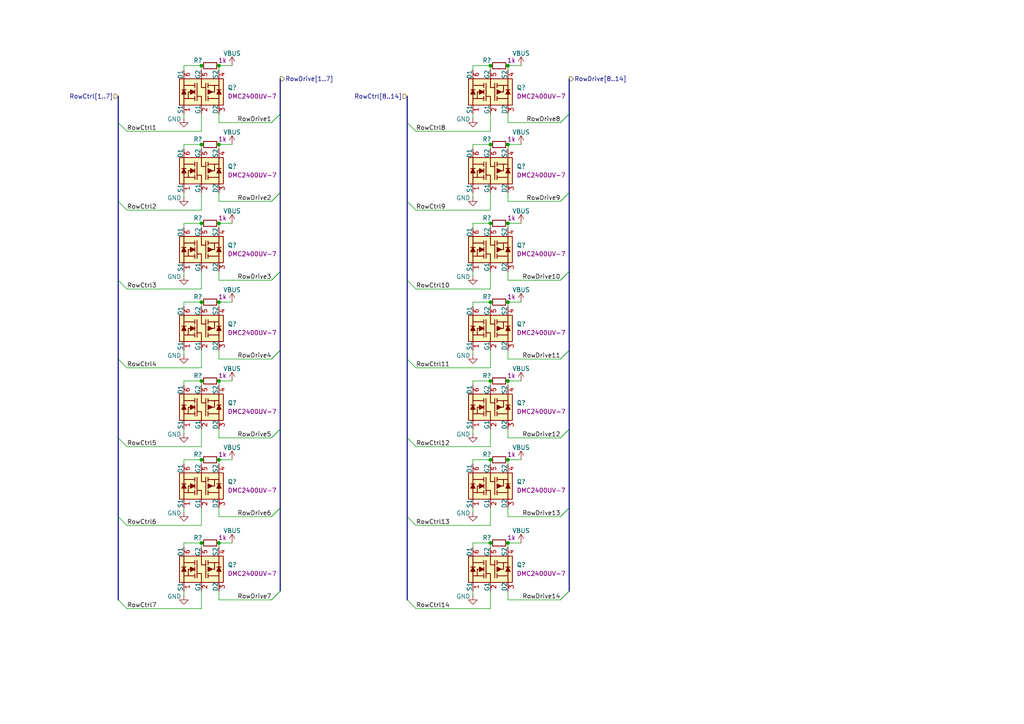
<source format=kicad_sch>
(kicad_sch (version 20231120) (generator "eeschema") (generator_version "8.0")
  (paper "A4")
  (title_block (title "LED Panel Board") (date "28.01.2025") (rev "1.0.0"))
  (lib_symbols
    (symbol "antmicroResistors0402:R_1k_0402" (pin_numbers hide) (pin_names hide)
      (property "Reference" "R" (at 20.32 -5.08 0))
      (property "Val" "1k" (at 20.32 -7.62 0))
      (symbol "R_1k_0402_0_1"
        (rectangle (start 0.635 0.889) (end 4.445 -0.889) (stroke (width 0.254)))
      )
      (symbol "R_1k_0402_1_1"
        (pin passive line (at 0 0 0) (length 0.635) (name "~") (number "1"))
        (pin passive line (at 5.08 0 180) (length 0.635) (name "~") (number "2"))
      )
    )
    (symbol "antmicroTransistorsFETsMOSFETsArrays:DMC2400UV-7" (pin_names (offset 0))
      (property "Reference" "Q" (at 27.94 -2.54 0))
      (property "MPN" "DMC2400UV-7" (at 27.94 -12.7 0))
      (symbol "DMC2400UV-7_1_1"
        (polyline (pts (xy 3.81 -6.35) (xy 8.89 -6.35)) (stroke (width 0.254)) (fill (type background)))
        (polyline (pts (xy 4.445 -6.985) (xy 4.445 -10.16)) (stroke (width 0.254)) (fill (type background)))
        (polyline (pts (xy 4.445 -1.27) (xy 4.445 0)) (stroke (width 0.254)) (fill (type background)))
        (polyline (pts (xy 5.08 -6.985) (xy 3.81 -6.985)) (stroke (width 0.254)) (fill (type background)))
        (polyline (pts (xy 5.08 -3.175) (xy 3.81 -3.175)) (stroke (width 0.254)) (fill (type background)))
        (polyline (pts (xy 5.08 0) (xy 2.54 0)) (stroke (width 0.254)) (fill (type background)))
        (polyline (pts (xy 5.08 0) (xy 10.16 0)) (stroke (width 0.254)) (fill (type background)))
        (polyline (pts (xy 5.715 -3.175) (xy 6.985 -3.175)) (stroke (width 0.254)) (fill (type background)))
        (polyline (pts (xy 6.985 -9.525) (xy 6.985 -10.795)) (stroke (width 0.254)) (fill (type background)))
        (polyline (pts (xy 6.985 -6.985) (xy 5.715 -6.985)) (stroke (width 0.254)) (fill (type background)))
        (polyline (pts (xy 6.985 -0.635) (xy 6.985 0.635)) (stroke (width 0.254)) (fill (type background)))
        (polyline (pts (xy 7.62 -10.16) (xy 2.54 -10.16)) (stroke (width 0.254)) (fill (type background)))
        (polyline (pts (xy 7.62 -10.16) (xy 10.16 -10.16)) (stroke (width 0.254)) (fill (type background)))
        (polyline (pts (xy 7.62 -6.985) (xy 8.89 -6.985)) (stroke (width 0.254)) (fill (type background)))
        (polyline (pts (xy 7.62 -3.175) (xy 8.89 -3.175)) (stroke (width 0.254)) (fill (type background)))
        (polyline (pts (xy 8.255 -8.89) (xy 8.255 -10.16)) (stroke (width 0.254)) (fill (type background)))
        (polyline (pts (xy 8.255 -3.175) (xy 8.255 0)) (stroke (width 0.254)) (fill (type background)))
        (polyline (pts (xy 8.89 -3.81) (xy 3.81 -3.81)) (stroke (width 0.254)) (fill (type background)))
        (polyline (pts (xy 2.54 -5.08) (xy 5.08 -5.08) (xy 5.08 -3.81)) (stroke (width 0.254)) (fill (type background)))
        (polyline (pts (xy 10.16 -5.08) (xy 7.62 -5.08) (xy 7.62 -6.35)) (stroke (width 0.254)) (fill (type background)))
        (polyline (pts (xy 5.715 -10.795) (xy 6.985 -10.16) (xy 5.715 -9.525) (xy 5.715 -10.795)) (stroke (width 0.254)) (fill (type outline)))
        (polyline (pts (xy 5.715 -6.985) (xy 6.35 -8.255) (xy 6.985 -6.985) (xy 5.715 -6.985)) (stroke (width 0.254)) (fill (type outline)))
        (polyline (pts (xy 5.715 -1.905) (xy 6.35 -3.175) (xy 6.985 -1.905) (xy 5.715 -1.905)) (stroke (width 0.254)) (fill (type outline)))
        (polyline (pts (xy 5.715 -0.635) (xy 6.985 0) (xy 5.715 0.635) (xy 5.715 -0.635)) (stroke (width 0.254)) (fill (type outline)))
        (polyline (pts (xy 6.35 -8.255) (xy 6.35 -8.89) (xy 8.255 -8.89) (xy 8.255 -6.985)) (stroke (width 0.254)) (fill (type background)))
        (polyline (pts (xy 6.35 -1.905) (xy 6.35 -1.27) (xy 4.445 -1.27) (xy 4.445 -3.175)) (stroke (width 0.254)) (fill (type background)))
        (polyline (pts (xy 2.54 1.27) (xy 10.16 1.27) (xy 10.16 -11.43) (xy 2.54 -11.43) (xy 2.54 1.27)) (stroke (width 0.254)) (fill (type background)))
        (pin input line (at 0 0 0) (length 2.54) (name "S1") (number "1"))
        (pin input line (at 0 -5.08 0) (length 2.54) (name "G1") (number "2"))
        (pin output line (at 0 -10.16 0) (length 2.54) (name "D2") (number "3"))
        (pin input line (at 12.7 -10.16 180) (length 2.54) (name "S2") (number "4"))
        (pin input line (at 12.7 -5.08 180) (length 2.54) (name "G2") (number "5"))
        (pin output line (at 12.7 0 180) (length 2.54) (name "D1") (number "6"))
      )
    )
    (symbol "antmicropower:GND" (power) (pin_numbers hide) (pin_names hide)
      (property "Value" "GND" (at 8.89 -5.08 0))
      (symbol "GND_1_1"
        (polyline (pts (xy 0 0) (xy 0 -1.27) (xy 1.27 -1.27) (xy 0 -2.54) (xy -1.27 -1.27) (xy 0 -1.27)))
        (pin power_in line (at 0 0 270) (length 0) (name "GND") (number "1"))
      )
    )
    (symbol "antmicropower:VBUS" (power) (pin_names (offset 0))
      (property "Value" "VBUS" (at 0 3.81 0))
      (symbol "VBUS_0_1"
        (polyline (pts (xy -0.762 1.27) (xy 0 2.54)))
        (polyline (pts (xy 0 0) (xy 0 2.54)))
        (polyline (pts (xy 0 2.54) (xy 0.762 1.27)))
      )
      (symbol "VBUS_1_1"
        (pin power_in line (at 0 0 90) (length 0) hide (name "VBUS") (number "1"))
      )
    )
  )
  (junction (at 58.42 41.91))
  (junction (at 63.5 19.05))
  (junction (at 63.5 133.35))
  (junction (at 147.32 19.05))
  (junction (at 142.24 41.91))
  (junction (at 142.24 64.77))
  (junction (at 63.5 110.49))
  (junction (at 63.5 64.77))
  (junction (at 58.42 133.35))
  (junction (at 63.5 87.63))
  (junction (at 147.32 87.63))
  (junction (at 147.32 110.49))
  (junction (at 142.24 87.63))
  (junction (at 58.42 64.77))
  (junction (at 147.32 41.91))
  (junction (at 63.5 41.91))
  (junction (at 142.24 110.49))
  (junction (at 142.24 19.05))
  (junction (at 63.5 157.48))
  (junction (at 58.42 19.05))
  (junction (at 142.24 157.48))
  (junction (at 147.32 64.77))
  (junction (at 142.24 133.35))
  (junction (at 147.32 157.48))
  (junction (at 147.32 133.35))
  (junction (at 58.42 110.49))
  (junction (at 58.42 157.48))
  (junction (at 58.42 87.63))
  (bus_entry (at 165.1 55.88) (size -2.54 2.54))
  (bus_entry (at 165.1 124.46) (size -2.54 2.54))
  (bus_entry (at 165.1 147.32) (size -2.54 2.54))
  (bus_entry (at 81.28 171.45) (size -2.54 2.54))
  (bus_entry (at 34.29 149.86) (size 2.54 2.54))
  (bus_entry (at 165.1 101.6) (size -2.54 2.54))
  (bus_entry (at 81.28 124.46) (size -2.54 2.54))
  (bus_entry (at 34.29 173.99) (size 2.54 2.54))
  (bus_entry (at 81.28 78.74) (size -2.54 2.54))
  (bus_entry (at 118.11 58.42) (size 2.54 2.54))
  (bus_entry (at 81.28 171.45) (size -2.54 2.54))
  (bus_entry (at 34.29 81.28) (size 2.54 2.54))
  (bus_entry (at 81.28 33.02) (size -2.54 2.54))
  (bus_entry (at 81.28 101.6) (size -2.54 2.54))
  (bus_entry (at 165.1 55.88) (size -2.54 2.54))
  (bus_entry (at 165.1 33.02) (size -2.54 2.54))
  (bus_entry (at 165.1 124.46) (size -2.54 2.54))
  (bus_entry (at 118.11 173.99) (size 2.54 2.54))
  (bus_entry (at 165.1 78.74) (size -2.54 2.54))
  (bus_entry (at 81.28 78.74) (size -2.54 2.54))
  (bus_entry (at 118.11 81.28) (size 2.54 2.54))
  (bus_entry (at 81.28 124.46) (size -2.54 2.54))
  (bus_entry (at 81.28 55.88) (size -2.54 2.54))
  (bus_entry (at 34.29 104.14) (size 2.54 2.54))
  (bus_entry (at 81.28 147.32) (size -2.54 2.54))
  (bus_entry (at 165.1 33.02) (size -2.54 2.54))
  (bus_entry (at 34.29 35.56) (size 2.54 2.54))
  (bus_entry (at 118.11 104.14) (size 2.54 2.54))
  (bus_entry (at 81.28 101.6) (size -2.54 2.54))
  (bus_entry (at 34.29 58.42) (size 2.54 2.54))
  (bus_entry (at 165.1 147.32) (size -2.54 2.54))
  (bus_entry (at 81.28 33.02) (size -2.54 2.54))
  (bus_entry (at 34.29 127) (size 2.54 2.54))
  (bus_entry (at 81.28 55.88) (size -2.54 2.54))
  (bus_entry (at 118.11 127) (size 2.54 2.54))
  (bus_entry (at 165.1 171.45) (size -2.54 2.54))
  (bus_entry (at 165.1 171.45) (size -2.54 2.54))
  (bus_entry (at 165.1 101.6) (size -2.54 2.54))
  (bus_entry (at 118.11 35.56) (size 2.54 2.54))
  (bus_entry (at 165.1 78.74) (size -2.54 2.54))
  (bus_entry (at 118.11 149.86) (size 2.54 2.54))
  (bus_entry (at 81.28 147.32) (size -2.54 2.54))
  (wire (pts (xy 142.24 41.91) (xy 142.24 43.18)))
  (wire (pts (xy 137.16 157.48) (xy 142.24 157.48)))
  (wire (pts (xy 151.13 133.35) (xy 147.32 133.35)))
  (bus (pts (xy 165.1 33.02) (xy 165.1 55.88)))
  (wire (pts (xy 137.16 87.63) (xy 142.24 87.63)))
  (wire (pts (xy 53.34 87.63) (xy 58.42 87.63)))
  (wire (pts (xy 63.5 41.91) (xy 63.5 43.18)))
  (wire (pts (xy 53.34 20.32) (xy 53.34 19.05)))
  (bus (pts (xy 34.29 35.56) (xy 34.29 58.42)))
  (wire (pts (xy 142.24 78.74) (xy 142.24 83.82)))
  (wire (pts (xy 53.34 57.15) (xy 53.34 55.88)))
  (wire (pts (xy 58.42 147.32) (xy 58.42 152.4)))
  (wire (pts (xy 36.83 106.68) (xy 58.42 106.68)))
  (wire (pts (xy 147.32 35.56) (xy 147.32 33.02)))
  (wire (pts (xy 53.34 111.76) (xy 53.34 110.49)))
  (wire (pts (xy 120.65 129.54) (xy 142.24 129.54)))
  (wire (pts (xy 142.24 110.49) (xy 142.24 111.76)))
  (bus (pts (xy 81.28 147.32) (xy 81.28 171.45)))
  (wire (pts (xy 58.42 171.45) (xy 58.42 176.53)))
  (wire (pts (xy 53.34 172.72) (xy 53.34 171.45)))
  (wire (pts (xy 147.32 149.86) (xy 147.32 147.32)))
  (wire (pts (xy 137.16 88.9) (xy 137.16 87.63)))
  (wire (pts (xy 63.5 87.63) (xy 63.5 88.9)))
  (wire (pts (xy 147.32 81.28) (xy 162.56 81.28)))
  (wire (pts (xy 67.31 157.48) (xy 63.5 157.48)))
  (wire (pts (xy 63.5 104.14) (xy 63.5 101.6)))
  (bus (pts (xy 165.1 101.6) (xy 165.1 124.46)))
  (wire (pts (xy 53.34 80.01) (xy 53.34 78.74)))
  (wire (pts (xy 58.42 41.91) (xy 58.42 43.18)))
  (wire (pts (xy 63.5 81.28) (xy 63.5 78.74)))
  (wire (pts (xy 53.34 43.18) (xy 53.34 41.91)))
  (bus (pts (xy 81.28 22.86) (xy 81.28 33.02)))
  (wire (pts (xy 53.34 41.91) (xy 58.42 41.91)))
  (wire (pts (xy 67.31 133.35) (xy 63.5 133.35)))
  (wire (pts (xy 120.65 106.68) (xy 142.24 106.68)))
  (wire (pts (xy 137.16 158.75) (xy 137.16 157.48)))
  (wire (pts (xy 120.65 60.96) (xy 142.24 60.96)))
  (bus (pts (xy 34.29 58.42) (xy 34.29 81.28)))
  (wire (pts (xy 63.5 19.05) (xy 63.5 20.32)))
  (wire (pts (xy 137.16 125.73) (xy 137.16 124.46)))
  (wire (pts (xy 147.32 133.35) (xy 147.32 134.62)))
  (wire (pts (xy 137.16 19.05) (xy 142.24 19.05)))
  (bus (pts (xy 118.11 149.86) (xy 118.11 173.99)))
  (wire (pts (xy 137.16 20.32) (xy 137.16 19.05)))
  (wire (pts (xy 63.5 149.86) (xy 78.74 149.86)))
  (wire (pts (xy 36.83 38.1) (xy 58.42 38.1)))
  (bus (pts (xy 118.11 35.56) (xy 118.11 58.42)))
  (wire (pts (xy 53.34 34.29) (xy 53.34 33.02)))
  (bus (pts (xy 34.29 127) (xy 34.29 149.86)))
  (wire (pts (xy 142.24 87.63) (xy 142.24 88.9)))
  (wire (pts (xy 53.34 102.87) (xy 53.34 101.6)))
  (wire (pts (xy 147.32 149.86) (xy 162.56 149.86)))
  (wire (pts (xy 147.32 104.14) (xy 162.56 104.14)))
  (bus (pts (xy 118.11 104.14) (xy 118.11 127)))
  (wire (pts (xy 67.31 87.63) (xy 63.5 87.63)))
  (bus (pts (xy 81.28 55.88) (xy 81.28 78.74)))
  (wire (pts (xy 63.5 58.42) (xy 78.74 58.42)))
  (bus (pts (xy 118.11 27.94) (xy 118.11 35.56)))
  (wire (pts (xy 63.5 127) (xy 63.5 124.46)))
  (bus (pts (xy 34.29 149.86) (xy 34.29 173.99)))
  (bus (pts (xy 34.29 81.28) (xy 34.29 104.14)))
  (wire (pts (xy 142.24 133.35) (xy 142.24 134.62)))
  (wire (pts (xy 142.24 157.48) (xy 142.24 158.75)))
  (bus (pts (xy 81.28 33.02) (xy 81.28 55.88)))
  (wire (pts (xy 63.5 133.35) (xy 63.5 134.62)))
  (wire (pts (xy 53.34 158.75) (xy 53.34 157.48)))
  (wire (pts (xy 147.32 81.28) (xy 147.32 78.74)))
  (wire (pts (xy 137.16 80.01) (xy 137.16 78.74)))
  (wire (pts (xy 58.42 157.48) (xy 58.42 158.75)))
  (wire (pts (xy 142.24 101.6) (xy 142.24 106.68)))
  (bus (pts (xy 81.28 101.6) (xy 81.28 124.46)))
  (wire (pts (xy 63.5 127) (xy 78.74 127)))
  (wire (pts (xy 58.42 110.49) (xy 58.42 111.76)))
  (wire (pts (xy 58.42 55.88) (xy 58.42 60.96)))
  (wire (pts (xy 36.83 176.53) (xy 58.42 176.53)))
  (wire (pts (xy 137.16 172.72) (xy 137.16 171.45)))
  (wire (pts (xy 120.65 83.82) (xy 142.24 83.82)))
  (bus (pts (xy 34.29 27.94) (xy 34.29 35.56)))
  (wire (pts (xy 142.24 147.32) (xy 142.24 152.4)))
  (wire (pts (xy 137.16 148.59) (xy 137.16 147.32)))
  (wire (pts (xy 67.31 19.05) (xy 63.5 19.05)))
  (wire (pts (xy 137.16 133.35) (xy 142.24 133.35)))
  (wire (pts (xy 63.5 35.56) (xy 63.5 33.02)))
  (bus (pts (xy 118.11 127) (xy 118.11 149.86)))
  (wire (pts (xy 63.5 149.86) (xy 63.5 147.32)))
  (wire (pts (xy 63.5 104.14) (xy 78.74 104.14)))
  (wire (pts (xy 120.65 176.53) (xy 142.24 176.53)))
  (wire (pts (xy 151.13 41.91) (xy 147.32 41.91)))
  (wire (pts (xy 53.34 134.62) (xy 53.34 133.35)))
  (wire (pts (xy 137.16 110.49) (xy 142.24 110.49)))
  (wire (pts (xy 53.34 64.77) (xy 58.42 64.77)))
  (wire (pts (xy 147.32 173.99) (xy 162.56 173.99)))
  (wire (pts (xy 53.34 110.49) (xy 58.42 110.49)))
  (wire (pts (xy 147.32 41.91) (xy 147.32 43.18)))
  (wire (pts (xy 67.31 110.49) (xy 63.5 110.49)))
  (wire (pts (xy 67.31 64.77) (xy 63.5 64.77)))
  (wire (pts (xy 120.65 152.4) (xy 142.24 152.4)))
  (wire (pts (xy 53.34 88.9) (xy 53.34 87.63)))
  (wire (pts (xy 58.42 133.35) (xy 58.42 134.62)))
  (bus (pts (xy 165.1 147.32) (xy 165.1 171.45)))
  (wire (pts (xy 147.32 58.42) (xy 162.56 58.42)))
  (wire (pts (xy 53.34 19.05) (xy 58.42 19.05)))
  (bus (pts (xy 165.1 124.46) (xy 165.1 147.32)))
  (wire (pts (xy 63.5 173.99) (xy 63.5 171.45)))
  (bus (pts (xy 34.29 104.14) (xy 34.29 127)))
  (wire (pts (xy 58.42 19.05) (xy 58.42 20.32)))
  (wire (pts (xy 137.16 66.04) (xy 137.16 64.77)))
  (wire (pts (xy 147.32 35.56) (xy 162.56 35.56)))
  (wire (pts (xy 58.42 124.46) (xy 58.42 129.54)))
  (wire (pts (xy 142.24 124.46) (xy 142.24 129.54)))
  (wire (pts (xy 53.34 148.59) (xy 53.34 147.32)))
  (bus (pts (xy 165.1 22.86) (xy 165.1 33.02)))
  (wire (pts (xy 142.24 171.45) (xy 142.24 176.53)))
  (wire (pts (xy 147.32 19.05) (xy 147.32 20.32)))
  (wire (pts (xy 137.16 111.76) (xy 137.16 110.49)))
  (wire (pts (xy 151.13 87.63) (xy 147.32 87.63)))
  (wire (pts (xy 58.42 33.02) (xy 58.42 38.1)))
  (wire (pts (xy 137.16 134.62) (xy 137.16 133.35)))
  (wire (pts (xy 151.13 157.48) (xy 147.32 157.48)))
  (wire (pts (xy 53.34 125.73) (xy 53.34 124.46)))
  (wire (pts (xy 67.31 41.91) (xy 63.5 41.91)))
  (bus (pts (xy 165.1 55.88) (xy 165.1 78.74)))
  (bus (pts (xy 165.1 78.74) (xy 165.1 101.6)))
  (wire (pts (xy 58.42 78.74) (xy 58.42 83.82)))
  (wire (pts (xy 63.5 58.42) (xy 63.5 55.88)))
  (wire (pts (xy 137.16 102.87) (xy 137.16 101.6)))
  (wire (pts (xy 63.5 35.56) (xy 78.74 35.56)))
  (wire (pts (xy 58.42 64.77) (xy 58.42 66.04)))
  (wire (pts (xy 53.34 157.48) (xy 58.42 157.48)))
  (wire (pts (xy 63.5 64.77) (xy 63.5 66.04)))
  (wire (pts (xy 137.16 43.18) (xy 137.16 41.91)))
  (wire (pts (xy 147.32 58.42) (xy 147.32 55.88)))
  (wire (pts (xy 147.32 64.77) (xy 147.32 66.04)))
  (wire (pts (xy 137.16 41.91) (xy 142.24 41.91)))
  (wire (pts (xy 63.5 81.28) (xy 78.74 81.28)))
  (wire (pts (xy 63.5 157.48) (xy 63.5 158.75)))
  (wire (pts (xy 137.16 34.29) (xy 137.16 33.02)))
  (wire (pts (xy 142.24 64.77) (xy 142.24 66.04)))
  (wire (pts (xy 147.32 127) (xy 162.56 127)))
  (bus (pts (xy 81.28 124.46) (xy 81.28 147.32)))
  (wire (pts (xy 120.65 38.1) (xy 142.24 38.1)))
  (wire (pts (xy 53.34 66.04) (xy 53.34 64.77)))
  (wire (pts (xy 147.32 173.99) (xy 147.32 171.45)))
  (wire (pts (xy 36.83 129.54) (xy 58.42 129.54)))
  (wire (pts (xy 151.13 110.49) (xy 147.32 110.49)))
  (wire (pts (xy 36.83 60.96) (xy 58.42 60.96)))
  (wire (pts (xy 53.34 133.35) (xy 58.42 133.35)))
  (wire (pts (xy 151.13 19.05) (xy 147.32 19.05)))
  (wire (pts (xy 137.16 57.15) (xy 137.16 55.88)))
  (bus (pts (xy 81.28 78.74) (xy 81.28 101.6)))
  (wire (pts (xy 147.32 87.63) (xy 147.32 88.9)))
  (wire (pts (xy 142.24 19.05) (xy 142.24 20.32)))
  (bus (pts (xy 118.11 81.28) (xy 118.11 104.14)))
  (wire (pts (xy 147.32 110.49) (xy 147.32 111.76)))
  (wire (pts (xy 63.5 173.99) (xy 78.74 173.99)))
  (wire (pts (xy 58.42 87.63) (xy 58.42 88.9)))
  (wire (pts (xy 147.32 104.14) (xy 147.32 101.6)))
  (wire (pts (xy 151.13 64.77) (xy 147.32 64.77)))
  (wire (pts (xy 147.32 157.48) (xy 147.32 158.75)))
  (wire (pts (xy 36.83 152.4) (xy 58.42 152.4)))
  (bus (pts (xy 118.11 58.42) (xy 118.11 81.28)))
  (wire (pts (xy 137.16 64.77) (xy 142.24 64.77)))
  (wire (pts (xy 142.24 33.02) (xy 142.24 38.1)))
  (wire (pts (xy 142.24 55.88) (xy 142.24 60.96)))
  (wire (pts (xy 63.5 110.49) (xy 63.5 111.76)))
  (wire (pts (xy 36.83 83.82) (xy 58.42 83.82)))
  (wire (pts (xy 58.42 101.6) (xy 58.42 106.68)))
  (wire (pts (xy 147.32 127) (xy 147.32 124.46)))
  (label "RowCtrl1" (at 36.83 38.1 0))
  (label "RowCtrl6" (at 36.83 152.4 0))
  (label "RowDrive13" (at 162.56 149.86 180))
  (label "RowDrive11" (at 162.56 104.14 180))
  (label "RowCtrl13" (at 120.65 152.4 0))
  (label "RowDrive9" (at 162.56 58.42 180))
  (label "RowDrive4" (at 78.74 104.14 180))
  (label "RowDrive8" (at 162.56 35.56 180))
  (label "RowDrive1" (at 78.74 35.56 180))
  (label "RowCtrl8" (at 120.65 38.1 0))
  (label "RowCtrl2" (at 36.83 60.96 0))
  (label "RowCtrl9" (at 120.65 60.96 0))
  (label "RowDrive12" (at 162.56 127 180))
  (label "RowDrive3" (at 78.74 81.28 180))
  (label "RowDrive6" (at 78.74 149.86 180))
  (label "RowDrive10" (at 162.56 81.28 180))
  (label "RowCtrl10" (at 120.65 83.82 0))
  (label "RowDrive7" (at 78.74 173.99 180))
  (label "RowCtrl5" (at 36.83 129.54 0))
  (label "RowCtrl4" (at 36.83 106.68 0))
  (label "RowCtrl12" (at 120.65 129.54 0))
  (label "RowDrive14" (at 162.56 173.99 180))
  (label "RowDrive5" (at 78.74 127 180))
  (label "RowCtrl3" (at 36.83 83.82 0))
  (label "RowCtrl14" (at 120.65 176.53 0))
  (label "RowCtrl11" (at 120.65 106.68 0))
  (label "RowCtrl7" (at 36.83 176.53 0))
  (label "RowDrive2" (at 78.74 58.42 180))
  (hierarchical_label "RowCtrl[8..14]" (shape input) (at 118.11 27.94 180))
  (hierarchical_label "RowDrive[8..14]" (shape output) (at 165.1 22.86 0))
  (hierarchical_label "RowDrive[1..7]" (shape output) (at 81.28 22.86 0))
  (hierarchical_label "RowCtrl[1..7]" (shape input) (at 34.29 27.94 180))
  (symbol (lib_id "antmicropower:GND") (at 137.16 80.01 0) (unit 1)
    (property "Reference" "#PWR0164" (effects (hide yes)))
    (property "Value" "GND" (at 134.366 80.264 0))
    (property "Author" "Antmicro" (effects (hide yes)))
    (property "License" "Apache-2.0" (effects (hide yes)))
  )
  (symbol (lib_id "antmicroResistors0402:R_1k_0402") (at 63.5 110.49 180) (unit 1)
    (property "Reference" "R?" (at 57.404 108.966 0))
    (property "Value" "R_1k_0402" (effects (hide yes)))
    (property "Footprint" "antmicro-footprints:R_0402_1005Metric" (effects (hide yes)))
    (property "Datasheet" "https://www.bourns.com/docs/product-datasheets/cr.pdf" (effects (hide yes)))
    (property "Description" "SMD Chip Resistor, 1 kohm, ± 1%, 63 mW, 0402 [1005 Metric], Thick Film, General Purpose" (effects (hide yes)))
    (property "MPN" "CR0402-FX-1001GLF" (effects (hide yes)))
    (property "Manufacturer" "Bourns" (effects (hide yes)))
    (property "License" "Apache-2.0" (effects (hide yes)))
    (property "Author" "Antmicro" (effects (hide yes)))
    (property "Val" "1k" (at 64.516 108.966 0))
    (property "Tolerance" "1%" (effects (hide yes)))
  )
  (symbol (lib_id "antmicroResistors0402:R_1k_0402") (at 147.32 133.35 180) (unit 1)
    (property "Reference" "R?" (at 141.224 131.826 0))
    (property "Value" "R_1k_0402" (effects (hide yes)))
    (property "Footprint" "antmicro-footprints:R_0402_1005Metric" (effects (hide yes)))
    (property "Datasheet" "https://www.bourns.com/docs/product-datasheets/cr.pdf" (effects (hide yes)))
    (property "Description" "SMD Chip Resistor, 1 kohm, ± 1%, 63 mW, 0402 [1005 Metric], Thick Film, General Purpose" (effects (hide yes)))
    (property "MPN" "CR0402-FX-1001GLF" (effects (hide yes)))
    (property "Manufacturer" "Bourns" (effects (hide yes)))
    (property "License" "Apache-2.0" (effects (hide yes)))
    (property "Author" "Antmicro" (effects (hide yes)))
    (property "Val" "1k" (at 148.336 131.826 0))
    (property "Tolerance" "1%" (effects (hide yes)))
  )
  (symbol (lib_id "antmicroTransistorsFETsMOSFETsArrays:DMC2400UV-7") (at 53.34 171.45 90) (unit 1)
    (property "Reference" "Q?" (at 66.04 163.83 90) (effects (justify right)))
    (property "Value" "DMC2400UV-7" (effects (hide yes)))
    (property "Footprint" "antmicro-footprints:SOT-563" (effects (hide yes)))
    (property "Datasheet" "https://www.mouser.com/datasheet/2/115/DIOD_S_A0010038249_1-2543538.pdf" (effects (hide yes)))
    (property "Description" "Dual MOSFET, Complementary N and P Channel, 20 V, 20 V, 1.03 A, 1.03 A, 0.3 ohm" (effects (hide yes)))
    (property "MPN" "DMC2400UV-7" (at 66.04 166.37 90) (effects (justify right)))
    (property "Manufacturer" "Diodes Incorporated" (effects (hide yes)))
    (property "Author" "Antmicro" (effects (hide yes)))
    (property "License" "Apache-2.0" (effects (hide yes)))
  )
  (symbol (lib_id "antmicropower:GND") (at 53.34 102.87 0) (unit 1)
    (property "Reference" "#PWR0137" (effects (hide yes)))
    (property "Value" "GND" (at 50.546 103.124 0))
    (property "Author" "Antmicro" (effects (hide yes)))
    (property "License" "Apache-2.0" (effects (hide yes)))
  )
  (symbol (lib_id "antmicroTransistorsFETsMOSFETsArrays:DMC2400UV-7") (at 137.16 101.6 90) (unit 1)
    (property "Reference" "Q?" (at 149.86 93.98 90) (effects (justify right)))
    (property "Value" "DMC2400UV-7" (effects (hide yes)))
    (property "Footprint" "antmicro-footprints:SOT-563" (effects (hide yes)))
    (property "Datasheet" "https://www.mouser.com/datasheet/2/115/DIOD_S_A0010038249_1-2543538.pdf" (effects (hide yes)))
    (property "Description" "Dual MOSFET, Complementary N and P Channel, 20 V, 20 V, 1.03 A, 1.03 A, 0.3 ohm" (effects (hide yes)))
    (property "MPN" "DMC2400UV-7" (at 149.86 96.52 90) (effects (justify right)))
    (property "Manufacturer" "Diodes Incorporated" (effects (hide yes)))
    (property "Author" "Antmicro" (effects (hide yes)))
    (property "License" "Apache-2.0" (effects (hide yes)))
  )
  (symbol (lib_id "antmicroTransistorsFETsMOSFETsArrays:DMC2400UV-7") (at 53.34 124.46 90) (unit 1)
    (property "Reference" "Q?" (at 66.04 116.84 90) (effects (justify right)))
    (property "Value" "DMC2400UV-7" (effects (hide yes)))
    (property "Footprint" "antmicro-footprints:SOT-563" (effects (hide yes)))
    (property "Datasheet" "https://www.mouser.com/datasheet/2/115/DIOD_S_A0010038249_1-2543538.pdf" (effects (hide yes)))
    (property "Description" "Dual MOSFET, Complementary N and P Channel, 20 V, 20 V, 1.03 A, 1.03 A, 0.3 ohm" (effects (hide yes)))
    (property "MPN" "DMC2400UV-7" (at 66.04 119.38 90) (effects (justify right)))
    (property "Manufacturer" "Diodes Incorporated" (effects (hide yes)))
    (property "Author" "Antmicro" (effects (hide yes)))
    (property "License" "Apache-2.0" (effects (hide yes)))
  )
  (symbol (lib_id "antmicropower:VBUS") (at 67.31 87.63 0) (unit 1)
    (property "Reference" "#PWR0138" (effects (hide yes)))
    (property "Value" "VBUS" (at 67.31 84.074 0))
  )
  (symbol (lib_id "antmicropower:VBUS") (at 151.13 133.35 0) (unit 1)
    (property "Reference" "#PWR0174" (effects (hide yes)))
    (property "Value" "VBUS" (at 151.13 129.794 0))
  )
  (symbol (lib_id "antmicropower:VBUS") (at 67.31 41.91 0) (unit 1)
    (property "Reference" "#PWR0134" (effects (hide yes)))
    (property "Value" "VBUS" (at 67.31 38.354 0))
  )
  (symbol (lib_id "antmicroResistors0402:R_1k_0402") (at 63.5 64.77 180) (unit 1)
    (property "Reference" "R?" (at 57.404 63.246 0))
    (property "Value" "R_1k_0402" (effects (hide yes)))
    (property "Footprint" "antmicro-footprints:R_0402_1005Metric" (effects (hide yes)))
    (property "Datasheet" "https://www.bourns.com/docs/product-datasheets/cr.pdf" (effects (hide yes)))
    (property "Description" "SMD Chip Resistor, 1 kohm, ± 1%, 63 mW, 0402 [1005 Metric], Thick Film, General Purpose" (effects (hide yes)))
    (property "MPN" "CR0402-FX-1001GLF" (effects (hide yes)))
    (property "Manufacturer" "Bourns" (effects (hide yes)))
    (property "License" "Apache-2.0" (effects (hide yes)))
    (property "Author" "Antmicro" (effects (hide yes)))
    (property "Val" "1k" (at 64.516 63.246 0))
    (property "Tolerance" "1%" (effects (hide yes)))
  )
  (symbol (lib_id "antmicroResistors0402:R_1k_0402") (at 147.32 19.05 180) (unit 1)
    (property "Reference" "R?" (at 141.224 17.526 0))
    (property "Value" "R_1k_0402" (effects (hide yes)))
    (property "Footprint" "antmicro-footprints:R_0402_1005Metric" (effects (hide yes)))
    (property "Datasheet" "https://www.bourns.com/docs/product-datasheets/cr.pdf" (effects (hide yes)))
    (property "Description" "SMD Chip Resistor, 1 kohm, ± 1%, 63 mW, 0402 [1005 Metric], Thick Film, General Purpose" (effects (hide yes)))
    (property "MPN" "CR0402-FX-1001GLF" (effects (hide yes)))
    (property "Manufacturer" "Bourns" (effects (hide yes)))
    (property "License" "Apache-2.0" (effects (hide yes)))
    (property "Author" "Antmicro" (effects (hide yes)))
    (property "Val" "1k" (at 148.336 17.526 0))
    (property "Tolerance" "1%" (effects (hide yes)))
  )
  (symbol (lib_id "antmicroTransistorsFETsMOSFETsArrays:DMC2400UV-7") (at 137.16 171.45 90) (unit 1)
    (property "Reference" "Q?" (at 149.86 163.83 90) (effects (justify right)))
    (property "Value" "DMC2400UV-7" (effects (hide yes)))
    (property "Footprint" "antmicro-footprints:SOT-563" (effects (hide yes)))
    (property "Datasheet" "https://www.mouser.com/datasheet/2/115/DIOD_S_A0010038249_1-2543538.pdf" (effects (hide yes)))
    (property "Description" "Dual MOSFET, Complementary N and P Channel, 20 V, 20 V, 1.03 A, 1.03 A, 0.3 ohm" (effects (hide yes)))
    (property "MPN" "DMC2400UV-7" (at 149.86 166.37 90) (effects (justify right)))
    (property "Manufacturer" "Diodes Incorporated" (effects (hide yes)))
    (property "Author" "Antmicro" (effects (hide yes)))
    (property "License" "Apache-2.0" (effects (hide yes)))
  )
  (symbol (lib_id "antmicroResistors0402:R_1k_0402") (at 63.5 19.05 180) (unit 1)
    (property "Reference" "R?" (at 57.404 17.526 0))
    (property "Value" "R_1k_0402" (effects (hide yes)))
    (property "Footprint" "antmicro-footprints:R_0402_1005Metric" (effects (hide yes)))
    (property "Datasheet" "https://www.bourns.com/docs/product-datasheets/cr.pdf" (effects (hide yes)))
    (property "Description" "SMD Chip Resistor, 1 kohm, ± 1%, 63 mW, 0402 [1005 Metric], Thick Film, General Purpose" (effects (hide yes)))
    (property "MPN" "CR0402-FX-1001GLF" (effects (hide yes)))
    (property "Manufacturer" "Bourns" (effects (hide yes)))
    (property "License" "Apache-2.0" (effects (hide yes)))
    (property "Author" "Antmicro" (effects (hide yes)))
    (property "Val" "1k" (at 64.516 17.526 0))
    (property "Tolerance" "1%" (effects (hide yes)))
  )
  (symbol (lib_id "antmicroResistors0402:R_1k_0402") (at 147.32 110.49 180) (unit 1)
    (property "Reference" "R?" (at 141.224 108.966 0))
    (property "Value" "R_1k_0402" (effects (hide yes)))
    (property "Footprint" "antmicro-footprints:R_0402_1005Metric" (effects (hide yes)))
    (property "Datasheet" "https://www.bourns.com/docs/product-datasheets/cr.pdf" (effects (hide yes)))
    (property "Description" "SMD Chip Resistor, 1 kohm, ± 1%, 63 mW, 0402 [1005 Metric], Thick Film, General Purpose" (effects (hide yes)))
    (property "MPN" "CR0402-FX-1001GLF" (effects (hide yes)))
    (property "Manufacturer" "Bourns" (effects (hide yes)))
    (property "License" "Apache-2.0" (effects (hide yes)))
    (property "Author" "Antmicro" (effects (hide yes)))
    (property "Val" "1k" (at 148.336 108.966 0))
    (property "Tolerance" "1%" (effects (hide yes)))
  )
  (symbol (lib_id "antmicropower:GND") (at 53.34 34.29 0) (unit 1)
    (property "Reference" "#PWR0132" (effects (hide yes)))
    (property "Value" "GND" (at 50.546 34.544 0))
    (property "Author" "Antmicro" (effects (hide yes)))
    (property "License" "Apache-2.0" (effects (hide yes)))
  )
  (symbol (lib_id "antmicroResistors0402:R_1k_0402") (at 147.32 87.63 180) (unit 1)
    (property "Reference" "R?" (at 141.224 86.106 0))
    (property "Value" "R_1k_0402" (effects (hide yes)))
    (property "Footprint" "antmicro-footprints:R_0402_1005Metric" (effects (hide yes)))
    (property "Datasheet" "https://www.bourns.com/docs/product-datasheets/cr.pdf" (effects (hide yes)))
    (property "Description" "SMD Chip Resistor, 1 kohm, ± 1%, 63 mW, 0402 [1005 Metric], Thick Film, General Purpose" (effects (hide yes)))
    (property "MPN" "CR0402-FX-1001GLF" (effects (hide yes)))
    (property "Manufacturer" "Bourns" (effects (hide yes)))
    (property "License" "Apache-2.0" (effects (hide yes)))
    (property "Author" "Antmicro" (effects (hide yes)))
    (property "Val" "1k" (at 148.336 86.106 0))
    (property "Tolerance" "1%" (effects (hide yes)))
  )
  (symbol (lib_id "antmicroResistors0402:R_1k_0402") (at 63.5 87.63 180) (unit 1)
    (property "Reference" "R?" (at 57.404 86.106 0))
    (property "Value" "R_1k_0402" (effects (hide yes)))
    (property "Footprint" "antmicro-footprints:R_0402_1005Metric" (effects (hide yes)))
    (property "Datasheet" "https://www.bourns.com/docs/product-datasheets/cr.pdf" (effects (hide yes)))
    (property "Description" "SMD Chip Resistor, 1 kohm, ± 1%, 63 mW, 0402 [1005 Metric], Thick Film, General Purpose" (effects (hide yes)))
    (property "MPN" "CR0402-FX-1001GLF" (effects (hide yes)))
    (property "Manufacturer" "Bourns" (effects (hide yes)))
    (property "License" "Apache-2.0" (effects (hide yes)))
    (property "Author" "Antmicro" (effects (hide yes)))
    (property "Val" "1k" (at 64.516 86.106 0))
    (property "Tolerance" "1%" (effects (hide yes)))
  )
  (symbol (lib_id "antmicroResistors0402:R_1k_0402") (at 63.5 41.91 180) (unit 1)
    (property "Reference" "R?" (at 57.404 40.386 0))
    (property "Value" "R_1k_0402" (effects (hide yes)))
    (property "Footprint" "antmicro-footprints:R_0402_1005Metric" (effects (hide yes)))
    (property "Datasheet" "https://www.bourns.com/docs/product-datasheets/cr.pdf" (effects (hide yes)))
    (property "Description" "SMD Chip Resistor, 1 kohm, ± 1%, 63 mW, 0402 [1005 Metric], Thick Film, General Purpose" (effects (hide yes)))
    (property "MPN" "CR0402-FX-1001GLF" (effects (hide yes)))
    (property "Manufacturer" "Bourns" (effects (hide yes)))
    (property "License" "Apache-2.0" (effects (hide yes)))
    (property "Author" "Antmicro" (effects (hide yes)))
    (property "Val" "1k" (at 64.516 40.386 0))
    (property "Tolerance" "1%" (effects (hide yes)))
  )
  (symbol (lib_id "antmicroTransistorsFETsMOSFETsArrays:DMC2400UV-7") (at 137.16 78.74 90) (unit 1)
    (property "Reference" "Q?" (at 149.86 71.12 90) (effects (justify right)))
    (property "Value" "DMC2400UV-7" (effects (hide yes)))
    (property "Footprint" "antmicro-footprints:SOT-563" (effects (hide yes)))
    (property "Datasheet" "https://www.mouser.com/datasheet/2/115/DIOD_S_A0010038249_1-2543538.pdf" (effects (hide yes)))
    (property "Description" "Dual MOSFET, Complementary N and P Channel, 20 V, 20 V, 1.03 A, 1.03 A, 0.3 ohm" (effects (hide yes)))
    (property "MPN" "DMC2400UV-7" (at 149.86 73.66 90) (effects (justify right)))
    (property "Manufacturer" "Diodes Incorporated" (effects (hide yes)))
    (property "Author" "Antmicro" (effects (hide yes)))
    (property "License" "Apache-2.0" (effects (hide yes)))
  )
  (symbol (lib_id "antmicropower:VBUS") (at 67.31 64.77 0) (unit 1)
    (property "Reference" "#PWR0136" (effects (hide yes)))
    (property "Value" "VBUS" (at 67.31 61.214 0))
  )
  (symbol (lib_id "antmicropower:VBUS") (at 151.13 64.77 0) (unit 1)
    (property "Reference" "#PWR0171" (effects (hide yes)))
    (property "Value" "VBUS" (at 151.13 61.214 0))
  )
  (symbol (lib_id "antmicropower:GND") (at 53.34 172.72 0) (unit 1)
    (property "Reference" "#PWR0144" (effects (hide yes)))
    (property "Value" "GND" (at 50.546 172.974 0))
    (property "Author" "Antmicro" (effects (hide yes)))
    (property "License" "Apache-2.0" (effects (hide yes)))
  )
  (symbol (lib_id "antmicropower:GND") (at 53.34 57.15 0) (unit 1)
    (property "Reference" "#PWR0133" (effects (hide yes)))
    (property "Value" "GND" (at 50.546 57.404 0))
    (property "Author" "Antmicro" (effects (hide yes)))
    (property "License" "Apache-2.0" (effects (hide yes)))
  )
  (symbol (lib_id "antmicropower:GND") (at 137.16 34.29 0) (unit 1)
    (property "Reference" "#PWR0146" (effects (hide yes)))
    (property "Value" "GND" (at 134.366 34.544 0))
    (property "Author" "Antmicro" (effects (hide yes)))
    (property "License" "Apache-2.0" (effects (hide yes)))
  )
  (symbol (lib_id "antmicropower:VBUS") (at 151.13 87.63 0) (unit 1)
    (property "Reference" "#PWR0172" (effects (hide yes)))
    (property "Value" "VBUS" (at 151.13 84.074 0))
  )
  (symbol (lib_id "antmicroTransistorsFETsMOSFETsArrays:DMC2400UV-7") (at 137.16 147.32 90) (unit 1)
    (property "Reference" "Q?" (at 149.86 139.7 90) (effects (justify right)))
    (property "Value" "DMC2400UV-7" (effects (hide yes)))
    (property "Footprint" "antmicro-footprints:SOT-563" (effects (hide yes)))
    (property "Datasheet" "https://www.mouser.com/datasheet/2/115/DIOD_S_A0010038249_1-2543538.pdf" (effects (hide yes)))
    (property "Description" "Dual MOSFET, Complementary N and P Channel, 20 V, 20 V, 1.03 A, 1.03 A, 0.3 ohm" (effects (hide yes)))
    (property "MPN" "DMC2400UV-7" (at 149.86 142.24 90) (effects (justify right)))
    (property "Manufacturer" "Diodes Incorporated" (effects (hide yes)))
    (property "Author" "Antmicro" (effects (hide yes)))
    (property "License" "Apache-2.0" (effects (hide yes)))
  )
  (symbol (lib_id "antmicroTransistorsFETsMOSFETsArrays:DMC2400UV-7") (at 53.34 78.74 90) (unit 1)
    (property "Reference" "Q?" (at 66.04 71.12 90) (effects (justify right)))
    (property "Value" "DMC2400UV-7" (effects (hide yes)))
    (property "Footprint" "antmicro-footprints:SOT-563" (effects (hide yes)))
    (property "Datasheet" "https://www.mouser.com/datasheet/2/115/DIOD_S_A0010038249_1-2543538.pdf" (effects (hide yes)))
    (property "Description" "Dual MOSFET, Complementary N and P Channel, 20 V, 20 V, 1.03 A, 1.03 A, 0.3 ohm" (effects (hide yes)))
    (property "MPN" "DMC2400UV-7" (at 66.04 73.66 90) (effects (justify right)))
    (property "Manufacturer" "Diodes Incorporated" (effects (hide yes)))
    (property "Author" "Antmicro" (effects (hide yes)))
    (property "License" "Apache-2.0" (effects (hide yes)))
  )
  (symbol (lib_id "antmicroResistors0402:R_1k_0402") (at 147.32 41.91 180) (unit 1)
    (property "Reference" "R?" (at 141.224 40.386 0))
    (property "Value" "R_1k_0402" (effects (hide yes)))
    (property "Footprint" "antmicro-footprints:R_0402_1005Metric" (effects (hide yes)))
    (property "Datasheet" "https://www.bourns.com/docs/product-datasheets/cr.pdf" (effects (hide yes)))
    (property "Description" "SMD Chip Resistor, 1 kohm, ± 1%, 63 mW, 0402 [1005 Metric], Thick Film, General Purpose" (effects (hide yes)))
    (property "MPN" "CR0402-FX-1001GLF" (effects (hide yes)))
    (property "Manufacturer" "Bourns" (effects (hide yes)))
    (property "License" "Apache-2.0" (effects (hide yes)))
    (property "Author" "Antmicro" (effects (hide yes)))
    (property "Val" "1k" (at 148.336 40.386 0))
    (property "Tolerance" "1%" (effects (hide yes)))
  )
  (symbol (lib_id "antmicropower:VBUS") (at 67.31 110.49 0) (unit 1)
    (property "Reference" "#PWR0141" (effects (hide yes)))
    (property "Value" "VBUS" (at 67.31 106.934 0))
  )
  (symbol (lib_id "antmicroTransistorsFETsMOSFETsArrays:DMC2400UV-7") (at 53.34 101.6 90) (unit 1)
    (property "Reference" "Q?" (at 66.04 93.98 90) (effects (justify right)))
    (property "Value" "DMC2400UV-7" (effects (hide yes)))
    (property "Footprint" "antmicro-footprints:SOT-563" (effects (hide yes)))
    (property "Datasheet" "https://www.mouser.com/datasheet/2/115/DIOD_S_A0010038249_1-2543538.pdf" (effects (hide yes)))
    (property "Description" "Dual MOSFET, Complementary N and P Channel, 20 V, 20 V, 1.03 A, 1.03 A, 0.3 ohm" (effects (hide yes)))
    (property "MPN" "DMC2400UV-7" (at 66.04 96.52 90) (effects (justify right)))
    (property "Manufacturer" "Diodes Incorporated" (effects (hide yes)))
    (property "Author" "Antmicro" (effects (hide yes)))
    (property "License" "Apache-2.0" (effects (hide yes)))
  )
  (symbol (lib_id "antmicropower:VBUS") (at 151.13 41.91 0) (unit 1)
    (property "Reference" "#PWR0170" (effects (hide yes)))
    (property "Value" "VBUS" (at 151.13 38.354 0))
  )
  (symbol (lib_id "antmicropower:GND") (at 53.34 125.73 0) (unit 1)
    (property "Reference" "#PWR0140" (effects (hide yes)))
    (property "Value" "GND" (at 50.546 125.984 0))
    (property "Author" "Antmicro" (effects (hide yes)))
    (property "License" "Apache-2.0" (effects (hide yes)))
  )
  (symbol (lib_id "antmicropower:VBUS") (at 151.13 19.05 0) (unit 1)
    (property "Reference" "#PWR0169" (effects (hide yes)))
    (property "Value" "VBUS" (at 151.13 15.494 0))
  )
  (symbol (lib_id "antmicropower:GND") (at 137.16 148.59 0) (unit 1)
    (property "Reference" "#PWR0167" (effects (hide yes)))
    (property "Value" "GND" (at 134.366 148.844 0))
    (property "Author" "Antmicro" (effects (hide yes)))
    (property "License" "Apache-2.0" (effects (hide yes)))
  )
  (symbol (lib_id "antmicroResistors0402:R_1k_0402") (at 63.5 157.48 180) (unit 1)
    (property "Reference" "R?" (at 57.404 155.956 0))
    (property "Value" "R_1k_0402" (effects (hide yes)))
    (property "Footprint" "antmicro-footprints:R_0402_1005Metric" (effects (hide yes)))
    (property "Datasheet" "https://www.bourns.com/docs/product-datasheets/cr.pdf" (effects (hide yes)))
    (property "Description" "SMD Chip Resistor, 1 kohm, ± 1%, 63 mW, 0402 [1005 Metric], Thick Film, General Purpose" (effects (hide yes)))
    (property "MPN" "CR0402-FX-1001GLF" (effects (hide yes)))
    (property "Manufacturer" "Bourns" (effects (hide yes)))
    (property "License" "Apache-2.0" (effects (hide yes)))
    (property "Author" "Antmicro" (effects (hide yes)))
    (property "Val" "1k" (at 64.516 155.956 0))
    (property "Tolerance" "1%" (effects (hide yes)))
  )
  (symbol (lib_id "antmicropower:VBUS") (at 67.31 19.05 0) (unit 1)
    (property "Reference" "#PWR0139" (effects (hide yes)))
    (property "Value" "VBUS" (at 67.31 15.494 0))
  )
  (symbol (lib_id "antmicropower:VBUS") (at 151.13 110.49 0) (unit 1)
    (property "Reference" "#PWR0173" (effects (hide yes)))
    (property "Value" "VBUS" (at 151.13 106.934 0))
  )
  (symbol (lib_id "antmicroResistors0402:R_1k_0402") (at 147.32 64.77 180) (unit 1)
    (property "Reference" "R?" (at 141.224 63.246 0))
    (property "Value" "R_1k_0402" (effects (hide yes)))
    (property "Footprint" "antmicro-footprints:R_0402_1005Metric" (effects (hide yes)))
    (property "Datasheet" "https://www.bourns.com/docs/product-datasheets/cr.pdf" (effects (hide yes)))
    (property "Description" "SMD Chip Resistor, 1 kohm, ± 1%, 63 mW, 0402 [1005 Metric], Thick Film, General Purpose" (effects (hide yes)))
    (property "MPN" "CR0402-FX-1001GLF" (effects (hide yes)))
    (property "Manufacturer" "Bourns" (effects (hide yes)))
    (property "License" "Apache-2.0" (effects (hide yes)))
    (property "Author" "Antmicro" (effects (hide yes)))
    (property "Val" "1k" (at 148.336 63.246 0))
    (property "Tolerance" "1%" (effects (hide yes)))
  )
  (symbol (lib_id "antmicropower:GND") (at 137.16 57.15 0) (unit 1)
    (property "Reference" "#PWR0147" (effects (hide yes)))
    (property "Value" "GND" (at 134.366 57.404 0))
    (property "Author" "Antmicro" (effects (hide yes)))
    (property "License" "Apache-2.0" (effects (hide yes)))
  )
  (symbol (lib_id "antmicroTransistorsFETsMOSFETsArrays:DMC2400UV-7") (at 53.34 147.32 90) (unit 1)
    (property "Reference" "Q?" (at 66.04 139.7 90) (effects (justify right)))
    (property "Value" "DMC2400UV-7" (effects (hide yes)))
    (property "Footprint" "antmicro-footprints:SOT-563" (effects (hide yes)))
    (property "Datasheet" "https://www.mouser.com/datasheet/2/115/DIOD_S_A0010038249_1-2543538.pdf" (effects (hide yes)))
    (property "Description" "Dual MOSFET, Complementary N and P Channel, 20 V, 20 V, 1.03 A, 1.03 A, 0.3 ohm" (effects (hide yes)))
    (property "MPN" "DMC2400UV-7" (at 66.04 142.24 90) (effects (justify right)))
    (property "Manufacturer" "Diodes Incorporated" (effects (hide yes)))
    (property "Author" "Antmicro" (effects (hide yes)))
    (property "License" "Apache-2.0" (effects (hide yes)))
  )
  (symbol (lib_id "antmicropower:VBUS") (at 67.31 133.35 0) (unit 1)
    (property "Reference" "#PWR0143" (effects (hide yes)))
    (property "Value" "VBUS" (at 67.31 129.794 0))
  )
  (symbol (lib_id "antmicropower:VBUS") (at 151.13 157.48 0) (unit 1)
    (property "Reference" "#PWR0175" (effects (hide yes)))
    (property "Value" "VBUS" (at 151.13 153.924 0))
  )
  (symbol (lib_id "antmicroTransistorsFETsMOSFETsArrays:DMC2400UV-7") (at 137.16 124.46 90) (unit 1)
    (property "Reference" "Q?" (at 149.86 116.84 90) (effects (justify right)))
    (property "Value" "DMC2400UV-7" (effects (hide yes)))
    (property "Footprint" "antmicro-footprints:SOT-563" (effects (hide yes)))
    (property "Datasheet" "https://www.mouser.com/datasheet/2/115/DIOD_S_A0010038249_1-2543538.pdf" (effects (hide yes)))
    (property "Description" "Dual MOSFET, Complementary N and P Channel, 20 V, 20 V, 1.03 A, 1.03 A, 0.3 ohm" (effects (hide yes)))
    (property "MPN" "DMC2400UV-7" (at 149.86 119.38 90) (effects (justify right)))
    (property "Manufacturer" "Diodes Incorporated" (effects (hide yes)))
    (property "Author" "Antmicro" (effects (hide yes)))
    (property "License" "Apache-2.0" (effects (hide yes)))
  )
  (symbol (lib_id "antmicropower:GND") (at 53.34 148.59 0) (unit 1)
    (property "Reference" "#PWR0142" (effects (hide yes)))
    (property "Value" "GND" (at 50.546 148.844 0))
    (property "Author" "Antmicro" (effects (hide yes)))
    (property "License" "Apache-2.0" (effects (hide yes)))
  )
  (symbol (lib_id "antmicroTransistorsFETsMOSFETsArrays:DMC2400UV-7") (at 137.16 33.02 90) (unit 1)
    (property "Reference" "Q?" (at 149.86 25.4 90) (effects (justify right)))
    (property "Value" "DMC2400UV-7" (effects (hide yes)))
    (property "Footprint" "antmicro-footprints:SOT-563" (effects (hide yes)))
    (property "Datasheet" "https://www.mouser.com/datasheet/2/115/DIOD_S_A0010038249_1-2543538.pdf" (effects (hide yes)))
    (property "Description" "Dual MOSFET, Complementary N and P Channel, 20 V, 20 V, 1.03 A, 1.03 A, 0.3 ohm" (effects (hide yes)))
    (property "MPN" "DMC2400UV-7" (at 149.86 27.94 90) (effects (justify right)))
    (property "Manufacturer" "Diodes Incorporated" (effects (hide yes)))
    (property "Author" "Antmicro" (effects (hide yes)))
    (property "License" "Apache-2.0" (effects (hide yes)))
  )
  (symbol (lib_id "antmicroTransistorsFETsMOSFETsArrays:DMC2400UV-7") (at 137.16 55.88 90) (unit 1)
    (property "Reference" "Q?" (at 149.86 48.26 90) (effects (justify right)))
    (property "Value" "DMC2400UV-7" (effects (hide yes)))
    (property "Footprint" "antmicro-footprints:SOT-563" (effects (hide yes)))
    (property "Datasheet" "https://www.mouser.com/datasheet/2/115/DIOD_S_A0010038249_1-2543538.pdf" (effects (hide yes)))
    (property "Description" "Dual MOSFET, Complementary N and P Channel, 20 V, 20 V, 1.03 A, 1.03 A, 0.3 ohm" (effects (hide yes)))
    (property "MPN" "DMC2400UV-7" (at 149.86 50.8 90) (effects (justify right)))
    (property "Manufacturer" "Diodes Incorporated" (effects (hide yes)))
    (property "Author" "Antmicro" (effects (hide yes)))
    (property "License" "Apache-2.0" (effects (hide yes)))
  )
  (symbol (lib_id "antmicropower:GND") (at 137.16 125.73 0) (unit 1)
    (property "Reference" "#PWR0166" (effects (hide yes)))
    (property "Value" "GND" (at 134.366 125.984 0))
    (property "Author" "Antmicro" (effects (hide yes)))
    (property "License" "Apache-2.0" (effects (hide yes)))
  )
  (symbol (lib_id "antmicropower:GND") (at 137.16 102.87 0) (unit 1)
    (property "Reference" "#PWR0165" (effects (hide yes)))
    (property "Value" "GND" (at 134.366 103.124 0))
    (property "Author" "Antmicro" (effects (hide yes)))
    (property "License" "Apache-2.0" (effects (hide yes)))
  )
  (symbol (lib_id "antmicropower:VBUS") (at 67.31 157.48 0) (unit 1)
    (property "Reference" "#PWR0145" (effects (hide yes)))
    (property "Value" "VBUS" (at 67.31 153.924 0))
  )
  (symbol (lib_id "antmicropower:GND") (at 137.16 172.72 0) (unit 1)
    (property "Reference" "#PWR0168" (effects (hide yes)))
    (property "Value" "GND" (at 134.366 172.974 0))
    (property "Author" "Antmicro" (effects (hide yes)))
    (property "License" "Apache-2.0" (effects (hide yes)))
  )
  (symbol (lib_id "antmicroTransistorsFETsMOSFETsArrays:DMC2400UV-7") (at 53.34 55.88 90) (unit 1)
    (property "Reference" "Q?" (at 66.04 48.26 90) (effects (justify right)))
    (property "Value" "DMC2400UV-7" (effects (hide yes)))
    (property "Footprint" "antmicro-footprints:SOT-563" (effects (hide yes)))
    (property "Datasheet" "https://www.mouser.com/datasheet/2/115/DIOD_S_A0010038249_1-2543538.pdf" (effects (hide yes)))
    (property "Description" "Dual MOSFET, Complementary N and P Channel, 20 V, 20 V, 1.03 A, 1.03 A, 0.3 ohm" (effects (hide yes)))
    (property "MPN" "DMC2400UV-7" (at 66.04 50.8 90) (effects (justify right)))
    (property "Manufacturer" "Diodes Incorporated" (effects (hide yes)))
    (property "Author" "Antmicro" (effects (hide yes)))
    (property "License" "Apache-2.0" (effects (hide yes)))
  )
  (symbol (lib_id "antmicropower:GND") (at 53.34 80.01 0) (unit 1)
    (property "Reference" "#PWR0135" (effects (hide yes)))
    (property "Value" "GND" (at 50.546 80.264 0))
    (property "Author" "Antmicro" (effects (hide yes)))
    (property "License" "Apache-2.0" (effects (hide yes)))
  )
  (symbol (lib_id "antmicroTransistorsFETsMOSFETsArrays:DMC2400UV-7") (at 53.34 33.02 90) (unit 1)
    (property "Reference" "Q?" (at 66.04 25.4 90) (effects (justify right)))
    (property "Value" "DMC2400UV-7" (effects (hide yes)))
    (property "Footprint" "antmicro-footprints:SOT-563" (effects (hide yes)))
    (property "Datasheet" "https://www.mouser.com/datasheet/2/115/DIOD_S_A0010038249_1-2543538.pdf" (effects (hide yes)))
    (property "Description" "Dual MOSFET, Complementary N and P Channel, 20 V, 20 V, 1.03 A, 1.03 A, 0.3 ohm" (effects (hide yes)))
    (property "MPN" "DMC2400UV-7" (at 66.04 27.94 90) (effects (justify right)))
    (property "Manufacturer" "Diodes Incorporated" (effects (hide yes)))
    (property "Author" "Antmicro" (effects (hide yes)))
    (property "License" "Apache-2.0" (effects (hide yes)))
  )
  (symbol (lib_id "antmicroResistors0402:R_1k_0402") (at 147.32 157.48 180) (unit 1)
    (property "Reference" "R?" (at 141.224 155.956 0))
    (property "Value" "R_1k_0402" (effects (hide yes)))
    (property "Footprint" "antmicro-footprints:R_0402_1005Metric" (effects (hide yes)))
    (property "Datasheet" "https://www.bourns.com/docs/product-datasheets/cr.pdf" (effects (hide yes)))
    (property "Description" "SMD Chip Resistor, 1 kohm, ± 1%, 63 mW, 0402 [1005 Metric], Thick Film, General Purpose" (effects (hide yes)))
    (property "MPN" "CR0402-FX-1001GLF" (effects (hide yes)))
    (property "Manufacturer" "Bourns" (effects (hide yes)))
    (property "License" "Apache-2.0" (effects (hide yes)))
    (property "Author" "Antmicro" (effects (hide yes)))
    (property "Val" "1k" (at 148.336 155.956 0))
    (property "Tolerance" "1%" (effects (hide yes)))
  )
  (symbol (lib_id "antmicroResistors0402:R_1k_0402") (at 63.5 133.35 180) (unit 1)
    (property "Reference" "R?" (at 57.404 131.826 0))
    (property "Value" "R_1k_0402" (effects (hide yes)))
    (property "Footprint" "antmicro-footprints:R_0402_1005Metric" (effects (hide yes)))
    (property "Datasheet" "https://www.bourns.com/docs/product-datasheets/cr.pdf" (effects (hide yes)))
    (property "Description" "SMD Chip Resistor, 1 kohm, ± 1%, 63 mW, 0402 [1005 Metric], Thick Film, General Purpose" (effects (hide yes)))
    (property "MPN" "CR0402-FX-1001GLF" (effects (hide yes)))
    (property "Manufacturer" "Bourns" (effects (hide yes)))
    (property "License" "Apache-2.0" (effects (hide yes)))
    (property "Author" "Antmicro" (effects (hide yes)))
    (property "Val" "1k" (at 64.516 131.826 0))
    (property "Tolerance" "1%" (effects (hide yes)))
  )
)
</source>
